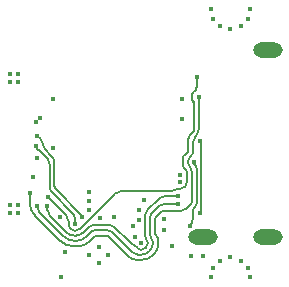
<source format=gbr>
%TF.GenerationSoftware,KiCad,Pcbnew,8.0.8*%
%TF.CreationDate,2025-02-21T00:18:55+11:00*%
%TF.ProjectId,FrameworkDongleHiderRetrofit,4672616d-6577-46f7-926b-446f6e676c65,rev?*%
%TF.SameCoordinates,Original*%
%TF.FileFunction,Copper,L3,Inr*%
%TF.FilePolarity,Positive*%
%FSLAX46Y46*%
G04 Gerber Fmt 4.6, Leading zero omitted, Abs format (unit mm)*
G04 Created by KiCad (PCBNEW 8.0.8) date 2025-02-21 00:18:55*
%MOMM*%
%LPD*%
G01*
G04 APERTURE LIST*
%TA.AperFunction,ComponentPad*%
%ADD10O,2.500000X1.300000*%
%TD*%
%TA.AperFunction,ViaPad*%
%ADD11C,0.450000*%
%TD*%
%TA.AperFunction,Conductor*%
%ADD12C,0.200000*%
%TD*%
G04 APERTURE END LIST*
D10*
%TO.N,GND*%
%TO.C,J3*%
X152447500Y-109700000D03*
X157947500Y-109700000D03*
X157947500Y-93800000D03*
%TD*%
D11*
%TO.N,GND*%
X154777500Y-111390000D03*
X156227500Y-112290000D03*
X153127500Y-113090000D03*
X155677500Y-111690000D03*
X156427500Y-113090000D03*
X153327500Y-112290000D03*
X153877500Y-111690000D03*
X156227500Y-91190000D03*
X155677500Y-91790000D03*
X156427500Y-90390000D03*
X153127500Y-90390000D03*
X153327500Y-91190000D03*
X153877500Y-91790000D03*
X154777500Y-92090000D03*
X142827500Y-107390000D03*
X139727500Y-97940000D03*
%TO.N,VBUS*%
X138427500Y-102990000D03*
X150527500Y-104990000D03*
X140777500Y-110890000D03*
X150527500Y-104390000D03*
X150527500Y-104390000D03*
X147027500Y-108190000D03*
X142777500Y-106640000D03*
X142777500Y-105890000D03*
X147427500Y-106540000D03*
X150527500Y-104990000D03*
X138677500Y-99590000D03*
X138327500Y-99940000D03*
%TO.N,GND*%
X149827500Y-110390000D03*
X142827500Y-111190000D03*
X138077500Y-104540000D03*
X152477500Y-111240000D03*
X144427500Y-111190000D03*
X139737500Y-102090000D03*
X150677500Y-99690000D03*
X149127500Y-108140000D03*
X143627500Y-110490000D03*
X149127500Y-109040000D03*
X136077500Y-95840000D03*
X136777500Y-95840000D03*
X136777500Y-106940000D03*
X136077500Y-107640000D03*
X151477500Y-111240000D03*
X140427500Y-113090000D03*
X143627500Y-111890000D03*
X136077500Y-96540000D03*
X136077500Y-106940000D03*
X136777500Y-96540000D03*
X140327500Y-107990000D03*
X136777500Y-107640000D03*
X150677500Y-97960002D03*
%TO.N,RX+*%
X152127500Y-97790000D03*
X137777500Y-105940000D03*
%TO.N,Net-(P1-D+)*%
X138327500Y-101965000D03*
X141627500Y-108590000D03*
%TO.N,RX-*%
X151927500Y-96090000D03*
X139327500Y-106290000D03*
%TO.N,TX+*%
X138377500Y-107040000D03*
X150377500Y-106865000D03*
%TO.N,Net-(P1-D-)*%
X138427500Y-101090000D03*
X142227500Y-107990000D03*
%TO.N,TX-*%
X139277500Y-107040000D03*
X150377500Y-106190000D03*
%TO.N,Net-(U1-DP1+)*%
X143727500Y-108090000D03*
X147066646Y-107357107D03*
%TO.N,Net-(U1-DP3+)*%
X146561584Y-108768290D03*
%TO.N,Net-(U1-DM1-)*%
X147227500Y-110190000D03*
X144927500Y-107940000D03*
%TO.N,Net-(U1-DM3-)*%
X146677500Y-109690000D03*
%TO.N,Net-(J3-D+)*%
X152232500Y-101567377D03*
X152227500Y-107590000D03*
%TO.N,Net-(J3-D-)*%
X151727500Y-103290000D03*
X151327500Y-108740000D03*
%TD*%
D12*
%TO.N,RX+*%
X137777500Y-106740000D02*
X137777500Y-105940000D01*
X148877500Y-107540000D02*
X148483567Y-107933933D01*
X150627500Y-107440000D02*
X149118921Y-107440000D01*
X151202500Y-103213939D02*
X151202500Y-103388224D01*
X143227500Y-109640000D02*
X142816409Y-110051091D01*
X146077500Y-111240000D02*
X144448211Y-109610711D01*
X146144658Y-111307157D02*
X146077500Y-111240000D01*
X144277500Y-109540000D02*
X143468921Y-109540000D01*
X152127500Y-97790000D02*
X152127500Y-100507158D01*
X148677500Y-110043553D02*
X148677500Y-110190000D01*
X140377500Y-109990000D02*
X138237120Y-107849620D01*
X151927500Y-100990000D02*
X151839632Y-101077868D01*
X141877500Y-110440000D02*
X141463896Y-110440000D01*
X151527500Y-104172842D02*
X151527500Y-106627868D01*
X151627500Y-101590000D02*
X151627500Y-102448579D01*
X147277500Y-111590000D02*
X146827500Y-111590000D01*
X151527500Y-106627868D02*
X151525509Y-106695030D01*
X148377500Y-108190000D02*
X148377500Y-109319290D01*
X151527500Y-102690000D02*
X151343171Y-102874329D01*
X151456947Y-106860553D02*
X151054277Y-107263223D01*
X152127500Y-100507158D02*
G75*
G02*
X151927513Y-100990013I-682800J-42D01*
G01*
X151839632Y-101077868D02*
G75*
G03*
X151627511Y-101590000I512168J-512132D01*
G01*
X151327500Y-103690000D02*
G75*
G02*
X151527482Y-104172842I-482800J-482800D01*
G01*
X138237120Y-107849620D02*
G75*
G02*
X137777489Y-106740000I1109580J1109620D01*
G01*
X144448211Y-109610711D02*
G75*
G03*
X144277500Y-109539994I-170711J-170689D01*
G01*
X148377500Y-109319290D02*
G75*
G03*
X148427497Y-109440003I170700J-10D01*
G01*
X146827500Y-111590000D02*
G75*
G02*
X146144654Y-111307161I0J965700D01*
G01*
X148677500Y-110190000D02*
G75*
G02*
X147277500Y-111590000I-1400000J0D01*
G01*
X151627500Y-102448579D02*
G75*
G02*
X151527506Y-102690006I-341400J-21D01*
G01*
X148427500Y-109440000D02*
G75*
G02*
X148677519Y-110043553I-603600J-603600D01*
G01*
X142816409Y-110051091D02*
G75*
G02*
X141877500Y-110440005I-938909J938891D01*
G01*
X143468921Y-109540000D02*
G75*
G03*
X143227494Y-109639994I-21J-341400D01*
G01*
X151525509Y-106695030D02*
G75*
G02*
X151456937Y-106860543I-234109J30D01*
G01*
X149118921Y-107440000D02*
G75*
G03*
X148877494Y-107539994I-21J-341400D01*
G01*
X148483567Y-107933933D02*
G75*
G03*
X148377491Y-108190000I256033J-256067D01*
G01*
X151343171Y-102874329D02*
G75*
G03*
X151202533Y-103213939I339629J-339571D01*
G01*
X151054277Y-107263223D02*
G75*
G02*
X150627500Y-107439986I-426777J426823D01*
G01*
X151202500Y-103388224D02*
G75*
G03*
X151327507Y-103689993I426800J24D01*
G01*
X141463896Y-110440000D02*
G75*
G02*
X140377501Y-109989999I4J1536400D01*
G01*
%TO.N,Net-(P1-D+)*%
X139475333Y-103490000D02*
X139475333Y-104040000D01*
X141380012Y-107592512D02*
X139724467Y-105936967D01*
X139475333Y-105335503D02*
X139475333Y-104040000D01*
X138627500Y-102390000D02*
X139297023Y-103059523D01*
X141627500Y-108590000D02*
X141627500Y-108190000D01*
X138415888Y-102178389D02*
X138627500Y-102390000D01*
X139724467Y-105936967D02*
G75*
G02*
X139475321Y-105335503I601433J601467D01*
G01*
X141627500Y-108190000D02*
G75*
G03*
X141380017Y-107592507I-845000J0D01*
G01*
X139297023Y-103059523D02*
G75*
G02*
X139475319Y-103490000I-430523J-430477D01*
G01*
X138327500Y-101965000D02*
G75*
G03*
X138415884Y-102178393I301800J0D01*
G01*
%TO.N,RX-*%
X151224844Y-102283588D02*
X151227500Y-102290000D01*
X151903434Y-97080032D02*
X151858599Y-97157692D01*
X151527500Y-97790000D02*
X151527500Y-97948579D01*
X151662743Y-100680752D02*
X151500540Y-100842955D01*
X151500540Y-100842955D02*
X151436432Y-100909696D01*
X151858599Y-97157692D02*
X151827500Y-97190000D01*
X151127500Y-104640000D02*
X151127500Y-104940000D01*
X150986078Y-103948578D02*
X151040012Y-104006825D01*
X151262817Y-101234525D02*
X151226723Y-101416020D01*
X151227500Y-102292681D02*
X151226208Y-102339160D01*
X151333627Y-101063560D02*
X151262817Y-101234525D01*
X151827500Y-97190000D02*
X151739632Y-97277868D01*
X151721612Y-98337126D02*
X151721612Y-100538607D01*
X151040012Y-104006825D02*
X151111285Y-104148613D01*
X151224844Y-101508544D02*
X151224844Y-102283588D01*
X150865675Y-103825097D02*
X150927500Y-103890000D01*
X151687725Y-98254019D02*
X151727500Y-98322912D01*
X150776084Y-102910122D02*
X150729706Y-103083234D01*
X151721612Y-100538607D02*
X151715857Y-100560090D01*
X151927500Y-96090000D02*
X151927500Y-96948579D01*
X150776067Y-103669885D02*
X150865675Y-103825097D01*
X151226723Y-101416020D02*
X151224844Y-101508544D01*
X150727500Y-103172842D02*
X150727500Y-103407158D01*
X151529013Y-97718815D02*
X151527500Y-97790000D01*
X151627500Y-98190000D02*
X151625748Y-98188248D01*
X151125846Y-104226649D02*
X151125846Y-104638346D01*
X150727500Y-103407158D02*
X150729688Y-103496769D01*
X151701529Y-100613570D02*
X151662743Y-100680752D01*
X145035736Y-105981764D02*
X142054277Y-108963223D01*
X151528361Y-97993415D02*
X151551566Y-98080032D01*
X151596401Y-98157692D02*
X151627500Y-98190000D01*
X151551566Y-98080032D02*
X151596401Y-98157692D01*
X151125846Y-104638346D02*
X151127500Y-104640000D01*
X151926639Y-96993415D02*
X151903434Y-97080032D01*
X151727500Y-98322912D02*
X151721612Y-98337126D01*
X151227500Y-102290000D02*
X151227500Y-102292681D01*
X151436432Y-100909696D02*
X151333627Y-101063560D01*
X150927500Y-103890000D02*
X150986078Y-103948578D01*
X151527500Y-97948579D02*
X151528361Y-97993415D01*
X151226208Y-102339160D02*
X151190647Y-102425048D01*
X149786079Y-105790000D02*
X145498695Y-105790000D01*
X141077500Y-108590000D02*
X141077500Y-108340000D01*
X151625748Y-98188248D02*
X151687725Y-98254019D01*
X150456692Y-105610808D02*
X150218686Y-105610808D01*
X151190647Y-102425048D02*
X151158684Y-102458816D01*
X150865689Y-102754914D02*
X150776084Y-102910122D01*
X151611268Y-97447646D02*
X151556787Y-97579180D01*
X151927500Y-96948579D02*
X151926639Y-96993415D01*
X151556787Y-97579180D02*
X151529013Y-97718815D01*
X151739632Y-97277868D02*
X151690361Y-97329268D01*
X151690361Y-97329268D02*
X151611268Y-97447646D01*
X151111285Y-104148613D02*
X151125846Y-104226649D01*
X151158684Y-102458816D02*
X150927500Y-102690000D01*
X150729688Y-103496769D02*
X150776067Y-103669885D01*
X150729706Y-103083234D02*
X150727500Y-103172842D01*
X150927500Y-102690000D02*
X150865689Y-102754914D01*
X140865367Y-107827867D02*
X139327500Y-106290000D01*
X151715857Y-100560090D02*
X151701529Y-100613570D01*
X151127500Y-104940000D02*
G75*
G02*
X150456692Y-105610800I-670800J0D01*
G01*
X145498695Y-105790000D02*
G75*
G03*
X145035743Y-105981771I5J-654700D01*
G01*
X142054277Y-108963223D02*
G75*
G02*
X141627500Y-109139986I-426777J426823D01*
G01*
X150218686Y-105610808D02*
G75*
G03*
X150027504Y-105690004I14J-270392D01*
G01*
X141077500Y-108340000D02*
G75*
G03*
X140865374Y-107827860I-724300J0D01*
G01*
X150027500Y-105690000D02*
G75*
G02*
X149786079Y-105789991I-241400J241400D01*
G01*
X141627500Y-109140000D02*
G75*
G02*
X141077500Y-108590000I0J550000D01*
G01*
%TO.N,TX+*%
X149149987Y-106865000D02*
X150377500Y-106865000D01*
X148227500Y-110140000D02*
X148227500Y-110122842D01*
X141655962Y-109990000D02*
X141677500Y-109990000D01*
X138589632Y-107552132D02*
X140583110Y-109545610D01*
X146932867Y-111149330D02*
X147218170Y-111149330D01*
X148083566Y-107683934D02*
X148727500Y-107040000D01*
X142616409Y-109601091D02*
X143027500Y-109190000D01*
X144718921Y-109231421D02*
X146427500Y-110940000D01*
X143268921Y-109090000D02*
X144377500Y-109090000D01*
X147977500Y-109519290D02*
X147977500Y-107940000D01*
X148727500Y-107040000D02*
G75*
G02*
X149149987Y-106864995I422500J-422500D01*
G01*
X144377500Y-109090000D02*
G75*
G02*
X144718912Y-109231430I0J-482800D01*
G01*
X138377500Y-107040000D02*
G75*
G03*
X138589625Y-107552139I724300J0D01*
G01*
X148227500Y-110122842D02*
G75*
G03*
X148027513Y-109639987I-682800J42D01*
G01*
X148027500Y-109640000D02*
G75*
G02*
X147977504Y-109519290I120700J120700D01*
G01*
X143027500Y-109190000D02*
G75*
G02*
X143268921Y-109090009I241400J-241400D01*
G01*
X146427500Y-110940000D02*
G75*
G03*
X146932867Y-111149344I505400J505400D01*
G01*
X147218170Y-111149330D02*
G75*
G03*
X148227530Y-110140000I30J1009330D01*
G01*
X147977500Y-107940000D02*
G75*
G02*
X148083573Y-107683941I362100J0D01*
G01*
X140583110Y-109545610D02*
G75*
G03*
X141655962Y-109990039I1072890J1072810D01*
G01*
X141677500Y-109990000D02*
G75*
G03*
X142616405Y-109601087I0J1327800D01*
G01*
%TO.N,Net-(P1-D-)*%
X139877500Y-105371801D02*
X139877500Y-105190000D01*
X139627500Y-102790000D02*
X139081054Y-102243554D01*
X142145697Y-107792511D02*
X139985343Y-105632157D01*
X138427500Y-101090000D02*
X138524448Y-101090000D01*
X139877500Y-105190000D02*
X139875333Y-105187833D01*
X138727500Y-101390000D02*
X138427500Y-101090000D01*
X139875333Y-105187833D02*
X139875333Y-103388321D01*
X139985343Y-105632157D02*
G75*
G02*
X139877500Y-105371801I260357J260357D01*
G01*
X138512855Y-101125355D02*
G75*
G03*
X138427500Y-101089997I-85355J-85345D01*
G01*
X138877500Y-101752132D02*
G75*
G03*
X138727509Y-101389991I-512100J32D01*
G01*
X139875333Y-103388321D02*
G75*
G03*
X139627506Y-102789994I-846133J21D01*
G01*
X142227500Y-107990000D02*
G75*
G03*
X142145699Y-107792509I-279300J0D01*
G01*
X139081054Y-102243554D02*
G75*
G02*
X138877485Y-101752132I491446J491454D01*
G01*
%TO.N,TX-*%
X146177500Y-110040000D02*
X146342144Y-110204645D01*
X144954277Y-108816777D02*
X146177500Y-110040000D01*
X146598211Y-110310711D02*
X146921434Y-110633934D01*
X139277500Y-107340000D02*
X139277500Y-107040000D01*
X149227500Y-106190000D02*
X150377500Y-106190000D01*
X140849129Y-109240491D02*
X139510041Y-107901403D01*
X142294337Y-109288849D02*
X142785343Y-108797843D01*
X147777500Y-110190000D02*
X147777500Y-110131421D01*
X147177500Y-110740000D02*
X147227500Y-110740000D01*
X147739632Y-107377868D02*
X148715368Y-106402132D01*
X141581242Y-109543742D02*
X141678971Y-109543742D01*
X147552500Y-109588224D02*
X147552500Y-107829644D01*
X143166409Y-108640000D02*
X144527500Y-108640000D01*
X144527500Y-108640000D02*
G75*
G02*
X144954287Y-108816767I0J-603600D01*
G01*
X147777500Y-110131421D02*
G75*
G03*
X147677506Y-109889994I-341400J21D01*
G01*
X147227500Y-110740000D02*
G75*
G03*
X147777500Y-110190000I0J550000D01*
G01*
X139510041Y-107901403D02*
G75*
G02*
X139277487Y-107340000I561359J561403D01*
G01*
X140849129Y-109240491D02*
G75*
G03*
X141581242Y-109543719I732071J732091D01*
G01*
X147552500Y-107829644D02*
G75*
G02*
X147739611Y-107377847I638900J44D01*
G01*
X148715368Y-106402132D02*
G75*
G02*
X149227500Y-106190011I512132J-512168D01*
G01*
X142785343Y-108797843D02*
G75*
G02*
X143166409Y-108640004I381057J-381057D01*
G01*
X147677500Y-109890000D02*
G75*
G02*
X147552490Y-109588224I301800J301800D01*
G01*
X141678971Y-109543742D02*
G75*
G03*
X142294348Y-109288860I29J870242D01*
G01*
X146427500Y-110240000D02*
G75*
G02*
X146598207Y-110310715I0J-241400D01*
G01*
X146921434Y-110633934D02*
G75*
G03*
X147177500Y-110740009I256066J256034D01*
G01*
X146342144Y-110204645D02*
G75*
G03*
X146427500Y-110240004I85356J85345D01*
G01*
%TO.N,Net-(J3-D+)*%
X152327500Y-101662377D02*
X152327500Y-107348579D01*
X152232500Y-101567377D02*
X152327500Y-101662377D01*
X152327500Y-107348579D02*
G75*
G02*
X152227506Y-107590006I-341400J-21D01*
G01*
%TO.N,Net-(J3-D-)*%
X151777500Y-107140000D02*
X151677500Y-107240000D01*
X151577500Y-107481421D02*
X151577500Y-107719290D01*
X151577500Y-107719290D02*
X151577500Y-108136447D01*
X151727500Y-103290000D02*
X151727500Y-103448579D01*
X151730317Y-103515932D02*
X151759023Y-103585239D01*
X151727500Y-103448579D02*
X151730317Y-103515932D01*
X151727500Y-103290000D02*
X151731306Y-103329845D01*
X151927500Y-103890000D02*
X151927500Y-106777868D01*
X151759023Y-103585239D02*
X151831132Y-103657348D01*
X151577500Y-108136447D02*
G75*
G02*
X151327486Y-108739986I-853600J47D01*
G01*
X151677500Y-107240000D02*
G75*
G03*
X151577509Y-107481421I241400J-241400D01*
G01*
X151927500Y-106777868D02*
G75*
G02*
X151777509Y-107140009I-512100J-32D01*
G01*
X151831132Y-103657348D02*
G75*
G02*
X151927505Y-103890000I-232632J-232652D01*
G01*
%TD*%
M02*

</source>
